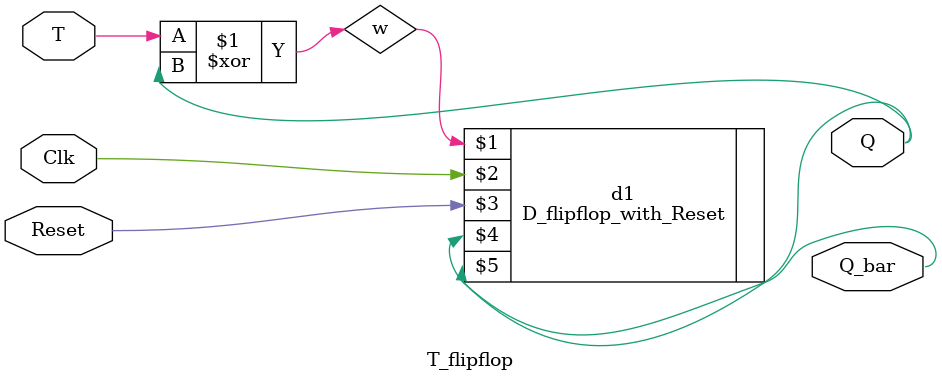
<source format=v>
`timescale 1ns / 1ps
module T_flipflop(
    input T,
    input Clk,
	 input Reset,
	 output Q,
	 output Q_bar
    );
	 wire w;
	 assign w = T^Q;
	 D_flipflop_with_Reset d1(w, Clk, Reset, Q, Q_bar);

endmodule

</source>
